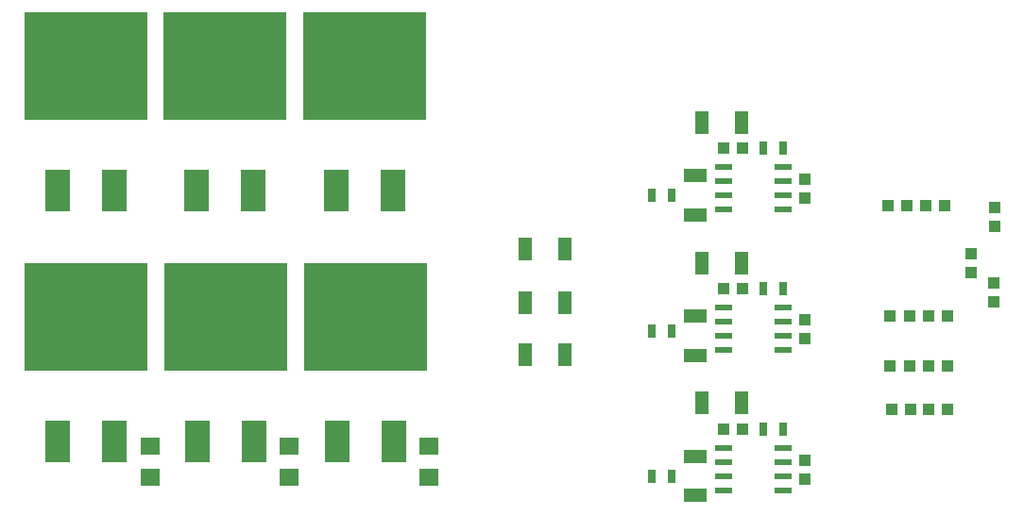
<source format=gbr>
G04 #@! TF.GenerationSoftware,KiCad,Pcbnew,5.0.0*
G04 #@! TF.CreationDate,2019-01-07T12:38:54-05:00*
G04 #@! TF.ProjectId,controller,636F6E74726F6C6C65722E6B69636164,rev?*
G04 #@! TF.SameCoordinates,Original*
G04 #@! TF.FileFunction,Paste,Top*
G04 #@! TF.FilePolarity,Positive*
%FSLAX46Y46*%
G04 Gerber Fmt 4.6, Leading zero omitted, Abs format (unit mm)*
G04 Created by KiCad (PCBNEW 5.0.0) date Mon Jan  7 12:38:54 2019*
%MOMM*%
%LPD*%
G01*
G04 APERTURE LIST*
%ADD10R,1.099820X0.998220*%
%ADD11R,2.059940X1.270000*%
%ADD12R,1.270000X2.059940*%
%ADD13R,0.797560X1.198880*%
%ADD14R,0.998220X1.099820*%
%ADD15R,1.550000X0.600000*%
%ADD16R,1.798320X1.597660*%
%ADD17R,2.319020X3.810000*%
%ADD18R,10.998200X9.649460*%
G04 APERTURE END LIST*
D10*
G04 #@! TO.C,R1*
X111411640Y-59240000D03*
X113108360Y-59240000D03*
G04 #@! TD*
D11*
G04 #@! TO.C,C5*
X93860000Y-38287400D03*
X93860000Y-41792600D03*
G04 #@! TD*
D12*
G04 #@! TO.C,C7*
X97962600Y-33490000D03*
X94457400Y-33490000D03*
G04 #@! TD*
D10*
G04 #@! TO.C,R5*
X113008360Y-50840000D03*
X111311640Y-50840000D03*
G04 #@! TD*
D12*
G04 #@! TO.C,C15*
X97962600Y-58690000D03*
X94457400Y-58690000D03*
G04 #@! TD*
D10*
G04 #@! TO.C,C14*
X98033360Y-61015000D03*
X96336640Y-61015000D03*
G04 #@! TD*
D13*
G04 #@! TO.C,R20*
X89935840Y-65240000D03*
X91734160Y-65240000D03*
G04 #@! TD*
D10*
G04 #@! TO.C,R2*
X114711640Y-59240000D03*
X116408360Y-59240000D03*
G04 #@! TD*
G04 #@! TO.C,R4*
X114711640Y-55340000D03*
X116408360Y-55340000D03*
G04 #@! TD*
D12*
G04 #@! TO.C,C11*
X97962600Y-46090000D03*
X94457400Y-46090000D03*
G04 #@! TD*
D14*
G04 #@! TO.C,R12*
X118560000Y-45291640D03*
X118560000Y-46988360D03*
G04 #@! TD*
D10*
G04 #@! TO.C,R3*
X113008360Y-55340000D03*
X111311640Y-55340000D03*
G04 #@! TD*
D14*
G04 #@! TO.C,R18*
X103660000Y-65488360D03*
X103660000Y-63791640D03*
G04 #@! TD*
D13*
G04 #@! TO.C,R14*
X101709160Y-48390000D03*
X99910840Y-48390000D03*
G04 #@! TD*
D15*
G04 #@! TO.C,U2*
X101735000Y-50110000D03*
X101735000Y-51380000D03*
X101735000Y-52650000D03*
X101735000Y-53920000D03*
X96335000Y-53920000D03*
X96335000Y-52650000D03*
X96335000Y-51380000D03*
X96335000Y-50110000D03*
G04 #@! TD*
G04 #@! TO.C,U3*
X101735000Y-62710000D03*
X101735000Y-63980000D03*
X101735000Y-65250000D03*
X101735000Y-66520000D03*
X96335000Y-66520000D03*
X96335000Y-65250000D03*
X96335000Y-63980000D03*
X96335000Y-62710000D03*
G04 #@! TD*
G04 #@! TO.C,U1*
X96335000Y-37510000D03*
X96335000Y-38780000D03*
X96335000Y-40050000D03*
X96335000Y-41320000D03*
X101735000Y-41320000D03*
X101735000Y-40050000D03*
X101735000Y-38780000D03*
X101735000Y-37510000D03*
G04 #@! TD*
D11*
G04 #@! TO.C,C13*
X93860000Y-66992600D03*
X93860000Y-63487400D03*
G04 #@! TD*
G04 #@! TO.C,C9*
X93860000Y-50887400D03*
X93860000Y-54392600D03*
G04 #@! TD*
D13*
G04 #@! TO.C,R19*
X99910840Y-60990000D03*
X101709160Y-60990000D03*
G04 #@! TD*
G04 #@! TO.C,R10*
X91734160Y-40040000D03*
X89935840Y-40040000D03*
G04 #@! TD*
G04 #@! TO.C,R9*
X101709160Y-35790000D03*
X99910840Y-35790000D03*
G04 #@! TD*
G04 #@! TO.C,R15*
X91734160Y-52240000D03*
X89935840Y-52240000D03*
G04 #@! TD*
D10*
G04 #@! TO.C,C6*
X96336640Y-35815000D03*
X98033360Y-35815000D03*
G04 #@! TD*
G04 #@! TO.C,C10*
X98033360Y-48415000D03*
X96336640Y-48415000D03*
G04 #@! TD*
G04 #@! TO.C,R6*
X114711640Y-50840000D03*
X116408360Y-50840000D03*
G04 #@! TD*
D14*
G04 #@! TO.C,R7*
X120660000Y-42788360D03*
X120660000Y-41091640D03*
G04 #@! TD*
G04 #@! TO.C,R8*
X103660000Y-40288360D03*
X103660000Y-38591640D03*
G04 #@! TD*
G04 #@! TO.C,R13*
X103660000Y-51191640D03*
X103660000Y-52888360D03*
G04 #@! TD*
G04 #@! TO.C,R17*
X120560000Y-49588360D03*
X120560000Y-47891640D03*
G04 #@! TD*
D10*
G04 #@! TO.C,R22*
X111111640Y-40963900D03*
X112808360Y-40963900D03*
G04 #@! TD*
G04 #@! TO.C,R23*
X116171360Y-40963900D03*
X114474640Y-40963900D03*
G04 #@! TD*
D16*
G04 #@! TO.C,R11*
X44960000Y-65339540D03*
X44960000Y-62540460D03*
G04 #@! TD*
G04 #@! TO.C,R21*
X69960000Y-62540460D03*
X69960000Y-65339540D03*
G04 #@! TD*
G04 #@! TO.C,R16*
X57460000Y-65339540D03*
X57460000Y-62540460D03*
G04 #@! TD*
D12*
G04 #@! TO.C,C8*
X82112600Y-54340000D03*
X78607400Y-54340000D03*
G04 #@! TD*
D17*
G04 #@! TO.C,Q1*
X36660000Y-39583420D03*
D18*
X39200000Y-28415040D03*
D17*
X41740000Y-39583420D03*
G04 #@! TD*
D12*
G04 #@! TO.C,C16*
X82112600Y-44840000D03*
X78607400Y-44840000D03*
G04 #@! TD*
G04 #@! TO.C,C12*
X82112600Y-49640000D03*
X78607400Y-49640000D03*
G04 #@! TD*
D17*
G04 #@! TO.C,Q6*
X61720000Y-62083420D03*
D18*
X64260000Y-50915040D03*
D17*
X66800000Y-62083420D03*
G04 #@! TD*
G04 #@! TO.C,Q5*
X66740000Y-39583420D03*
D18*
X64200000Y-28415040D03*
D17*
X61660000Y-39583420D03*
G04 #@! TD*
G04 #@! TO.C,Q4*
X49220000Y-62083420D03*
D18*
X51760000Y-50915040D03*
D17*
X54300000Y-62083420D03*
G04 #@! TD*
G04 #@! TO.C,Q2*
X41800000Y-62083420D03*
D18*
X39260000Y-50915040D03*
D17*
X36720000Y-62083420D03*
G04 #@! TD*
G04 #@! TO.C,Q3*
X49160000Y-39583420D03*
D18*
X51700000Y-28415040D03*
D17*
X54240000Y-39583420D03*
G04 #@! TD*
M02*

</source>
